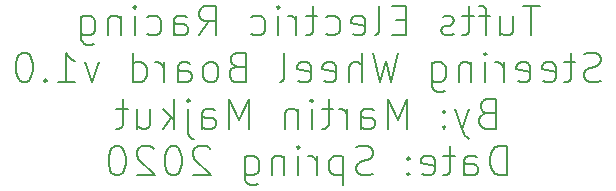
<source format=gbo>
G04 #@! TF.GenerationSoftware,KiCad,Pcbnew,(5.1.4)-1*
G04 #@! TF.CreationDate,2020-03-01T00:53:56-05:00*
G04 #@! TF.ProjectId,TEST_newWheelBoard,54455354-5f6e-4657-9757-6865656c426f,v1.0*
G04 #@! TF.SameCoordinates,Original*
G04 #@! TF.FileFunction,Legend,Bot*
G04 #@! TF.FilePolarity,Positive*
%FSLAX46Y46*%
G04 Gerber Fmt 4.6, Leading zero omitted, Abs format (unit mm)*
G04 Created by KiCad (PCBNEW (5.1.4)-1) date 2020-03-01 00:53:56*
%MOMM*%
%LPD*%
G04 APERTURE LIST*
%ADD10C,0.200000*%
G04 APERTURE END LIST*
D10*
X112083333Y-71705952D02*
X110654761Y-71705952D01*
X111369047Y-74205952D02*
X111369047Y-71705952D01*
X108750000Y-72539285D02*
X108750000Y-74205952D01*
X109821428Y-72539285D02*
X109821428Y-73848809D01*
X109702380Y-74086904D01*
X109464285Y-74205952D01*
X109107142Y-74205952D01*
X108869047Y-74086904D01*
X108750000Y-73967857D01*
X107916666Y-72539285D02*
X106964285Y-72539285D01*
X107559523Y-74205952D02*
X107559523Y-72063095D01*
X107440476Y-71825000D01*
X107202380Y-71705952D01*
X106964285Y-71705952D01*
X106488095Y-72539285D02*
X105535714Y-72539285D01*
X106130952Y-71705952D02*
X106130952Y-73848809D01*
X106011904Y-74086904D01*
X105773809Y-74205952D01*
X105535714Y-74205952D01*
X104821428Y-74086904D02*
X104583333Y-74205952D01*
X104107142Y-74205952D01*
X103869047Y-74086904D01*
X103750000Y-73848809D01*
X103750000Y-73729761D01*
X103869047Y-73491666D01*
X104107142Y-73372619D01*
X104464285Y-73372619D01*
X104702380Y-73253571D01*
X104821428Y-73015476D01*
X104821428Y-72896428D01*
X104702380Y-72658333D01*
X104464285Y-72539285D01*
X104107142Y-72539285D01*
X103869047Y-72658333D01*
X100773809Y-72896428D02*
X99940476Y-72896428D01*
X99583333Y-74205952D02*
X100773809Y-74205952D01*
X100773809Y-71705952D01*
X99583333Y-71705952D01*
X98154761Y-74205952D02*
X98392857Y-74086904D01*
X98511904Y-73848809D01*
X98511904Y-71705952D01*
X96250000Y-74086904D02*
X96488095Y-74205952D01*
X96964285Y-74205952D01*
X97202380Y-74086904D01*
X97321428Y-73848809D01*
X97321428Y-72896428D01*
X97202380Y-72658333D01*
X96964285Y-72539285D01*
X96488095Y-72539285D01*
X96250000Y-72658333D01*
X96130952Y-72896428D01*
X96130952Y-73134523D01*
X97321428Y-73372619D01*
X93988095Y-74086904D02*
X94226190Y-74205952D01*
X94702380Y-74205952D01*
X94940476Y-74086904D01*
X95059523Y-73967857D01*
X95178571Y-73729761D01*
X95178571Y-73015476D01*
X95059523Y-72777380D01*
X94940476Y-72658333D01*
X94702380Y-72539285D01*
X94226190Y-72539285D01*
X93988095Y-72658333D01*
X93273809Y-72539285D02*
X92321428Y-72539285D01*
X92916666Y-71705952D02*
X92916666Y-73848809D01*
X92797619Y-74086904D01*
X92559523Y-74205952D01*
X92321428Y-74205952D01*
X91488095Y-74205952D02*
X91488095Y-72539285D01*
X91488095Y-73015476D02*
X91369047Y-72777380D01*
X91250000Y-72658333D01*
X91011904Y-72539285D01*
X90773809Y-72539285D01*
X89940476Y-74205952D02*
X89940476Y-72539285D01*
X89940476Y-71705952D02*
X90059523Y-71825000D01*
X89940476Y-71944047D01*
X89821428Y-71825000D01*
X89940476Y-71705952D01*
X89940476Y-71944047D01*
X87678571Y-74086904D02*
X87916666Y-74205952D01*
X88392857Y-74205952D01*
X88630952Y-74086904D01*
X88750000Y-73967857D01*
X88869047Y-73729761D01*
X88869047Y-73015476D01*
X88750000Y-72777380D01*
X88630952Y-72658333D01*
X88392857Y-72539285D01*
X87916666Y-72539285D01*
X87678571Y-72658333D01*
X83273809Y-74205952D02*
X84107142Y-73015476D01*
X84702380Y-74205952D02*
X84702380Y-71705952D01*
X83750000Y-71705952D01*
X83511904Y-71825000D01*
X83392857Y-71944047D01*
X83273809Y-72182142D01*
X83273809Y-72539285D01*
X83392857Y-72777380D01*
X83511904Y-72896428D01*
X83750000Y-73015476D01*
X84702380Y-73015476D01*
X81130952Y-74205952D02*
X81130952Y-72896428D01*
X81250000Y-72658333D01*
X81488095Y-72539285D01*
X81964285Y-72539285D01*
X82202380Y-72658333D01*
X81130952Y-74086904D02*
X81369047Y-74205952D01*
X81964285Y-74205952D01*
X82202380Y-74086904D01*
X82321428Y-73848809D01*
X82321428Y-73610714D01*
X82202380Y-73372619D01*
X81964285Y-73253571D01*
X81369047Y-73253571D01*
X81130952Y-73134523D01*
X78869047Y-74086904D02*
X79107142Y-74205952D01*
X79583333Y-74205952D01*
X79821428Y-74086904D01*
X79940476Y-73967857D01*
X80059523Y-73729761D01*
X80059523Y-73015476D01*
X79940476Y-72777380D01*
X79821428Y-72658333D01*
X79583333Y-72539285D01*
X79107142Y-72539285D01*
X78869047Y-72658333D01*
X77797619Y-74205952D02*
X77797619Y-72539285D01*
X77797619Y-71705952D02*
X77916666Y-71825000D01*
X77797619Y-71944047D01*
X77678571Y-71825000D01*
X77797619Y-71705952D01*
X77797619Y-71944047D01*
X76607142Y-72539285D02*
X76607142Y-74205952D01*
X76607142Y-72777380D02*
X76488095Y-72658333D01*
X76250000Y-72539285D01*
X75892857Y-72539285D01*
X75654761Y-72658333D01*
X75535714Y-72896428D01*
X75535714Y-74205952D01*
X73273809Y-72539285D02*
X73273809Y-74563095D01*
X73392857Y-74801190D01*
X73511904Y-74920238D01*
X73750000Y-75039285D01*
X74107142Y-75039285D01*
X74345238Y-74920238D01*
X73273809Y-74086904D02*
X73511904Y-74205952D01*
X73988095Y-74205952D01*
X74226190Y-74086904D01*
X74345238Y-73967857D01*
X74464285Y-73729761D01*
X74464285Y-73015476D01*
X74345238Y-72777380D01*
X74226190Y-72658333D01*
X73988095Y-72539285D01*
X73511904Y-72539285D01*
X73273809Y-72658333D01*
X117261904Y-78036904D02*
X116904761Y-78155952D01*
X116309523Y-78155952D01*
X116071428Y-78036904D01*
X115952380Y-77917857D01*
X115833333Y-77679761D01*
X115833333Y-77441666D01*
X115952380Y-77203571D01*
X116071428Y-77084523D01*
X116309523Y-76965476D01*
X116785714Y-76846428D01*
X117023809Y-76727380D01*
X117142857Y-76608333D01*
X117261904Y-76370238D01*
X117261904Y-76132142D01*
X117142857Y-75894047D01*
X117023809Y-75775000D01*
X116785714Y-75655952D01*
X116190476Y-75655952D01*
X115833333Y-75775000D01*
X115119047Y-76489285D02*
X114166666Y-76489285D01*
X114761904Y-75655952D02*
X114761904Y-77798809D01*
X114642857Y-78036904D01*
X114404761Y-78155952D01*
X114166666Y-78155952D01*
X112380952Y-78036904D02*
X112619047Y-78155952D01*
X113095238Y-78155952D01*
X113333333Y-78036904D01*
X113452380Y-77798809D01*
X113452380Y-76846428D01*
X113333333Y-76608333D01*
X113095238Y-76489285D01*
X112619047Y-76489285D01*
X112380952Y-76608333D01*
X112261904Y-76846428D01*
X112261904Y-77084523D01*
X113452380Y-77322619D01*
X110238095Y-78036904D02*
X110476190Y-78155952D01*
X110952380Y-78155952D01*
X111190476Y-78036904D01*
X111309523Y-77798809D01*
X111309523Y-76846428D01*
X111190476Y-76608333D01*
X110952380Y-76489285D01*
X110476190Y-76489285D01*
X110238095Y-76608333D01*
X110119047Y-76846428D01*
X110119047Y-77084523D01*
X111309523Y-77322619D01*
X109047619Y-78155952D02*
X109047619Y-76489285D01*
X109047619Y-76965476D02*
X108928571Y-76727380D01*
X108809523Y-76608333D01*
X108571428Y-76489285D01*
X108333333Y-76489285D01*
X107500000Y-78155952D02*
X107500000Y-76489285D01*
X107500000Y-75655952D02*
X107619047Y-75775000D01*
X107500000Y-75894047D01*
X107380952Y-75775000D01*
X107500000Y-75655952D01*
X107500000Y-75894047D01*
X106309523Y-76489285D02*
X106309523Y-78155952D01*
X106309523Y-76727380D02*
X106190476Y-76608333D01*
X105952380Y-76489285D01*
X105595238Y-76489285D01*
X105357142Y-76608333D01*
X105238095Y-76846428D01*
X105238095Y-78155952D01*
X102976190Y-76489285D02*
X102976190Y-78513095D01*
X103095238Y-78751190D01*
X103214285Y-78870238D01*
X103452380Y-78989285D01*
X103809523Y-78989285D01*
X104047619Y-78870238D01*
X102976190Y-78036904D02*
X103214285Y-78155952D01*
X103690476Y-78155952D01*
X103928571Y-78036904D01*
X104047619Y-77917857D01*
X104166666Y-77679761D01*
X104166666Y-76965476D01*
X104047619Y-76727380D01*
X103928571Y-76608333D01*
X103690476Y-76489285D01*
X103214285Y-76489285D01*
X102976190Y-76608333D01*
X100119047Y-75655952D02*
X99523809Y-78155952D01*
X99047619Y-76370238D01*
X98571428Y-78155952D01*
X97976190Y-75655952D01*
X97023809Y-78155952D02*
X97023809Y-75655952D01*
X95952380Y-78155952D02*
X95952380Y-76846428D01*
X96071428Y-76608333D01*
X96309523Y-76489285D01*
X96666666Y-76489285D01*
X96904761Y-76608333D01*
X97023809Y-76727380D01*
X93809523Y-78036904D02*
X94047619Y-78155952D01*
X94523809Y-78155952D01*
X94761904Y-78036904D01*
X94880952Y-77798809D01*
X94880952Y-76846428D01*
X94761904Y-76608333D01*
X94523809Y-76489285D01*
X94047619Y-76489285D01*
X93809523Y-76608333D01*
X93690476Y-76846428D01*
X93690476Y-77084523D01*
X94880952Y-77322619D01*
X91666666Y-78036904D02*
X91904761Y-78155952D01*
X92380952Y-78155952D01*
X92619047Y-78036904D01*
X92738095Y-77798809D01*
X92738095Y-76846428D01*
X92619047Y-76608333D01*
X92380952Y-76489285D01*
X91904761Y-76489285D01*
X91666666Y-76608333D01*
X91547619Y-76846428D01*
X91547619Y-77084523D01*
X92738095Y-77322619D01*
X90119047Y-78155952D02*
X90357142Y-78036904D01*
X90476190Y-77798809D01*
X90476190Y-75655952D01*
X86428571Y-76846428D02*
X86071428Y-76965476D01*
X85952380Y-77084523D01*
X85833333Y-77322619D01*
X85833333Y-77679761D01*
X85952380Y-77917857D01*
X86071428Y-78036904D01*
X86309523Y-78155952D01*
X87261904Y-78155952D01*
X87261904Y-75655952D01*
X86428571Y-75655952D01*
X86190476Y-75775000D01*
X86071428Y-75894047D01*
X85952380Y-76132142D01*
X85952380Y-76370238D01*
X86071428Y-76608333D01*
X86190476Y-76727380D01*
X86428571Y-76846428D01*
X87261904Y-76846428D01*
X84404761Y-78155952D02*
X84642857Y-78036904D01*
X84761904Y-77917857D01*
X84880952Y-77679761D01*
X84880952Y-76965476D01*
X84761904Y-76727380D01*
X84642857Y-76608333D01*
X84404761Y-76489285D01*
X84047619Y-76489285D01*
X83809523Y-76608333D01*
X83690476Y-76727380D01*
X83571428Y-76965476D01*
X83571428Y-77679761D01*
X83690476Y-77917857D01*
X83809523Y-78036904D01*
X84047619Y-78155952D01*
X84404761Y-78155952D01*
X81428571Y-78155952D02*
X81428571Y-76846428D01*
X81547619Y-76608333D01*
X81785714Y-76489285D01*
X82261904Y-76489285D01*
X82500000Y-76608333D01*
X81428571Y-78036904D02*
X81666666Y-78155952D01*
X82261904Y-78155952D01*
X82500000Y-78036904D01*
X82619047Y-77798809D01*
X82619047Y-77560714D01*
X82500000Y-77322619D01*
X82261904Y-77203571D01*
X81666666Y-77203571D01*
X81428571Y-77084523D01*
X80238095Y-78155952D02*
X80238095Y-76489285D01*
X80238095Y-76965476D02*
X80119047Y-76727380D01*
X80000000Y-76608333D01*
X79761904Y-76489285D01*
X79523809Y-76489285D01*
X77619047Y-78155952D02*
X77619047Y-75655952D01*
X77619047Y-78036904D02*
X77857142Y-78155952D01*
X78333333Y-78155952D01*
X78571428Y-78036904D01*
X78690476Y-77917857D01*
X78809523Y-77679761D01*
X78809523Y-76965476D01*
X78690476Y-76727380D01*
X78571428Y-76608333D01*
X78333333Y-76489285D01*
X77857142Y-76489285D01*
X77619047Y-76608333D01*
X74761904Y-76489285D02*
X74166666Y-78155952D01*
X73571428Y-76489285D01*
X71309523Y-78155952D02*
X72738095Y-78155952D01*
X72023809Y-78155952D02*
X72023809Y-75655952D01*
X72261904Y-76013095D01*
X72500000Y-76251190D01*
X72738095Y-76370238D01*
X70238095Y-77917857D02*
X70119047Y-78036904D01*
X70238095Y-78155952D01*
X70357142Y-78036904D01*
X70238095Y-77917857D01*
X70238095Y-78155952D01*
X68571428Y-75655952D02*
X68333333Y-75655952D01*
X68095238Y-75775000D01*
X67976190Y-75894047D01*
X67857142Y-76132142D01*
X67738095Y-76608333D01*
X67738095Y-77203571D01*
X67857142Y-77679761D01*
X67976190Y-77917857D01*
X68095238Y-78036904D01*
X68333333Y-78155952D01*
X68571428Y-78155952D01*
X68809523Y-78036904D01*
X68928571Y-77917857D01*
X69047619Y-77679761D01*
X69166666Y-77203571D01*
X69166666Y-76608333D01*
X69047619Y-76132142D01*
X68928571Y-75894047D01*
X68809523Y-75775000D01*
X68571428Y-75655952D01*
X107559523Y-80796428D02*
X107202380Y-80915476D01*
X107083333Y-81034523D01*
X106964285Y-81272619D01*
X106964285Y-81629761D01*
X107083333Y-81867857D01*
X107202380Y-81986904D01*
X107440476Y-82105952D01*
X108392857Y-82105952D01*
X108392857Y-79605952D01*
X107559523Y-79605952D01*
X107321428Y-79725000D01*
X107202380Y-79844047D01*
X107083333Y-80082142D01*
X107083333Y-80320238D01*
X107202380Y-80558333D01*
X107321428Y-80677380D01*
X107559523Y-80796428D01*
X108392857Y-80796428D01*
X106130952Y-80439285D02*
X105535714Y-82105952D01*
X104940476Y-80439285D02*
X105535714Y-82105952D01*
X105773809Y-82701190D01*
X105892857Y-82820238D01*
X106130952Y-82939285D01*
X103988095Y-81867857D02*
X103869047Y-81986904D01*
X103988095Y-82105952D01*
X104107142Y-81986904D01*
X103988095Y-81867857D01*
X103988095Y-82105952D01*
X103988095Y-80558333D02*
X103869047Y-80677380D01*
X103988095Y-80796428D01*
X104107142Y-80677380D01*
X103988095Y-80558333D01*
X103988095Y-80796428D01*
X100892857Y-82105952D02*
X100892857Y-79605952D01*
X100059523Y-81391666D01*
X99226190Y-79605952D01*
X99226190Y-82105952D01*
X96964285Y-82105952D02*
X96964285Y-80796428D01*
X97083333Y-80558333D01*
X97321428Y-80439285D01*
X97797619Y-80439285D01*
X98035714Y-80558333D01*
X96964285Y-81986904D02*
X97202380Y-82105952D01*
X97797619Y-82105952D01*
X98035714Y-81986904D01*
X98154761Y-81748809D01*
X98154761Y-81510714D01*
X98035714Y-81272619D01*
X97797619Y-81153571D01*
X97202380Y-81153571D01*
X96964285Y-81034523D01*
X95773809Y-82105952D02*
X95773809Y-80439285D01*
X95773809Y-80915476D02*
X95654761Y-80677380D01*
X95535714Y-80558333D01*
X95297619Y-80439285D01*
X95059523Y-80439285D01*
X94583333Y-80439285D02*
X93630952Y-80439285D01*
X94226190Y-79605952D02*
X94226190Y-81748809D01*
X94107142Y-81986904D01*
X93869047Y-82105952D01*
X93630952Y-82105952D01*
X92797619Y-82105952D02*
X92797619Y-80439285D01*
X92797619Y-79605952D02*
X92916666Y-79725000D01*
X92797619Y-79844047D01*
X92678571Y-79725000D01*
X92797619Y-79605952D01*
X92797619Y-79844047D01*
X91607142Y-80439285D02*
X91607142Y-82105952D01*
X91607142Y-80677380D02*
X91488095Y-80558333D01*
X91250000Y-80439285D01*
X90892857Y-80439285D01*
X90654761Y-80558333D01*
X90535714Y-80796428D01*
X90535714Y-82105952D01*
X87440476Y-82105952D02*
X87440476Y-79605952D01*
X86607142Y-81391666D01*
X85773809Y-79605952D01*
X85773809Y-82105952D01*
X83511904Y-82105952D02*
X83511904Y-80796428D01*
X83630952Y-80558333D01*
X83869047Y-80439285D01*
X84345238Y-80439285D01*
X84583333Y-80558333D01*
X83511904Y-81986904D02*
X83750000Y-82105952D01*
X84345238Y-82105952D01*
X84583333Y-81986904D01*
X84702380Y-81748809D01*
X84702380Y-81510714D01*
X84583333Y-81272619D01*
X84345238Y-81153571D01*
X83750000Y-81153571D01*
X83511904Y-81034523D01*
X82321428Y-80439285D02*
X82321428Y-82582142D01*
X82440476Y-82820238D01*
X82678571Y-82939285D01*
X82797619Y-82939285D01*
X82321428Y-79605952D02*
X82440476Y-79725000D01*
X82321428Y-79844047D01*
X82202380Y-79725000D01*
X82321428Y-79605952D01*
X82321428Y-79844047D01*
X81130952Y-82105952D02*
X81130952Y-79605952D01*
X80892857Y-81153571D02*
X80178571Y-82105952D01*
X80178571Y-80439285D02*
X81130952Y-81391666D01*
X78035714Y-80439285D02*
X78035714Y-82105952D01*
X79107142Y-80439285D02*
X79107142Y-81748809D01*
X78988095Y-81986904D01*
X78750000Y-82105952D01*
X78392857Y-82105952D01*
X78154761Y-81986904D01*
X78035714Y-81867857D01*
X77202380Y-80439285D02*
X76250000Y-80439285D01*
X76845238Y-79605952D02*
X76845238Y-81748809D01*
X76726190Y-81986904D01*
X76488095Y-82105952D01*
X76250000Y-82105952D01*
X109285714Y-86055952D02*
X109285714Y-83555952D01*
X108690476Y-83555952D01*
X108333333Y-83675000D01*
X108095238Y-83913095D01*
X107976190Y-84151190D01*
X107857142Y-84627380D01*
X107857142Y-84984523D01*
X107976190Y-85460714D01*
X108095238Y-85698809D01*
X108333333Y-85936904D01*
X108690476Y-86055952D01*
X109285714Y-86055952D01*
X105714285Y-86055952D02*
X105714285Y-84746428D01*
X105833333Y-84508333D01*
X106071428Y-84389285D01*
X106547619Y-84389285D01*
X106785714Y-84508333D01*
X105714285Y-85936904D02*
X105952380Y-86055952D01*
X106547619Y-86055952D01*
X106785714Y-85936904D01*
X106904761Y-85698809D01*
X106904761Y-85460714D01*
X106785714Y-85222619D01*
X106547619Y-85103571D01*
X105952380Y-85103571D01*
X105714285Y-84984523D01*
X104880952Y-84389285D02*
X103928571Y-84389285D01*
X104523809Y-83555952D02*
X104523809Y-85698809D01*
X104404761Y-85936904D01*
X104166666Y-86055952D01*
X103928571Y-86055952D01*
X102142857Y-85936904D02*
X102380952Y-86055952D01*
X102857142Y-86055952D01*
X103095238Y-85936904D01*
X103214285Y-85698809D01*
X103214285Y-84746428D01*
X103095238Y-84508333D01*
X102857142Y-84389285D01*
X102380952Y-84389285D01*
X102142857Y-84508333D01*
X102023809Y-84746428D01*
X102023809Y-84984523D01*
X103214285Y-85222619D01*
X100952380Y-85817857D02*
X100833333Y-85936904D01*
X100952380Y-86055952D01*
X101071428Y-85936904D01*
X100952380Y-85817857D01*
X100952380Y-86055952D01*
X100952380Y-84508333D02*
X100833333Y-84627380D01*
X100952380Y-84746428D01*
X101071428Y-84627380D01*
X100952380Y-84508333D01*
X100952380Y-84746428D01*
X97976190Y-85936904D02*
X97619047Y-86055952D01*
X97023809Y-86055952D01*
X96785714Y-85936904D01*
X96666666Y-85817857D01*
X96547619Y-85579761D01*
X96547619Y-85341666D01*
X96666666Y-85103571D01*
X96785714Y-84984523D01*
X97023809Y-84865476D01*
X97500000Y-84746428D01*
X97738095Y-84627380D01*
X97857142Y-84508333D01*
X97976190Y-84270238D01*
X97976190Y-84032142D01*
X97857142Y-83794047D01*
X97738095Y-83675000D01*
X97500000Y-83555952D01*
X96904761Y-83555952D01*
X96547619Y-83675000D01*
X95476190Y-84389285D02*
X95476190Y-86889285D01*
X95476190Y-84508333D02*
X95238095Y-84389285D01*
X94761904Y-84389285D01*
X94523809Y-84508333D01*
X94404761Y-84627380D01*
X94285714Y-84865476D01*
X94285714Y-85579761D01*
X94404761Y-85817857D01*
X94523809Y-85936904D01*
X94761904Y-86055952D01*
X95238095Y-86055952D01*
X95476190Y-85936904D01*
X93214285Y-86055952D02*
X93214285Y-84389285D01*
X93214285Y-84865476D02*
X93095238Y-84627380D01*
X92976190Y-84508333D01*
X92738095Y-84389285D01*
X92500000Y-84389285D01*
X91666666Y-86055952D02*
X91666666Y-84389285D01*
X91666666Y-83555952D02*
X91785714Y-83675000D01*
X91666666Y-83794047D01*
X91547619Y-83675000D01*
X91666666Y-83555952D01*
X91666666Y-83794047D01*
X90476190Y-84389285D02*
X90476190Y-86055952D01*
X90476190Y-84627380D02*
X90357142Y-84508333D01*
X90119047Y-84389285D01*
X89761904Y-84389285D01*
X89523809Y-84508333D01*
X89404761Y-84746428D01*
X89404761Y-86055952D01*
X87142857Y-84389285D02*
X87142857Y-86413095D01*
X87261904Y-86651190D01*
X87380952Y-86770238D01*
X87619047Y-86889285D01*
X87976190Y-86889285D01*
X88214285Y-86770238D01*
X87142857Y-85936904D02*
X87380952Y-86055952D01*
X87857142Y-86055952D01*
X88095238Y-85936904D01*
X88214285Y-85817857D01*
X88333333Y-85579761D01*
X88333333Y-84865476D01*
X88214285Y-84627380D01*
X88095238Y-84508333D01*
X87857142Y-84389285D01*
X87380952Y-84389285D01*
X87142857Y-84508333D01*
X84166666Y-83794047D02*
X84047619Y-83675000D01*
X83809523Y-83555952D01*
X83214285Y-83555952D01*
X82976190Y-83675000D01*
X82857142Y-83794047D01*
X82738095Y-84032142D01*
X82738095Y-84270238D01*
X82857142Y-84627380D01*
X84285714Y-86055952D01*
X82738095Y-86055952D01*
X81190476Y-83555952D02*
X80952380Y-83555952D01*
X80714285Y-83675000D01*
X80595238Y-83794047D01*
X80476190Y-84032142D01*
X80357142Y-84508333D01*
X80357142Y-85103571D01*
X80476190Y-85579761D01*
X80595238Y-85817857D01*
X80714285Y-85936904D01*
X80952380Y-86055952D01*
X81190476Y-86055952D01*
X81428571Y-85936904D01*
X81547619Y-85817857D01*
X81666666Y-85579761D01*
X81785714Y-85103571D01*
X81785714Y-84508333D01*
X81666666Y-84032142D01*
X81547619Y-83794047D01*
X81428571Y-83675000D01*
X81190476Y-83555952D01*
X79404761Y-83794047D02*
X79285714Y-83675000D01*
X79047619Y-83555952D01*
X78452380Y-83555952D01*
X78214285Y-83675000D01*
X78095238Y-83794047D01*
X77976190Y-84032142D01*
X77976190Y-84270238D01*
X78095238Y-84627380D01*
X79523809Y-86055952D01*
X77976190Y-86055952D01*
X76428571Y-83555952D02*
X76190476Y-83555952D01*
X75952380Y-83675000D01*
X75833333Y-83794047D01*
X75714285Y-84032142D01*
X75595238Y-84508333D01*
X75595238Y-85103571D01*
X75714285Y-85579761D01*
X75833333Y-85817857D01*
X75952380Y-85936904D01*
X76190476Y-86055952D01*
X76428571Y-86055952D01*
X76666666Y-85936904D01*
X76785714Y-85817857D01*
X76904761Y-85579761D01*
X77023809Y-85103571D01*
X77023809Y-84508333D01*
X76904761Y-84032142D01*
X76785714Y-83794047D01*
X76666666Y-83675000D01*
X76428571Y-83555952D01*
M02*

</source>
